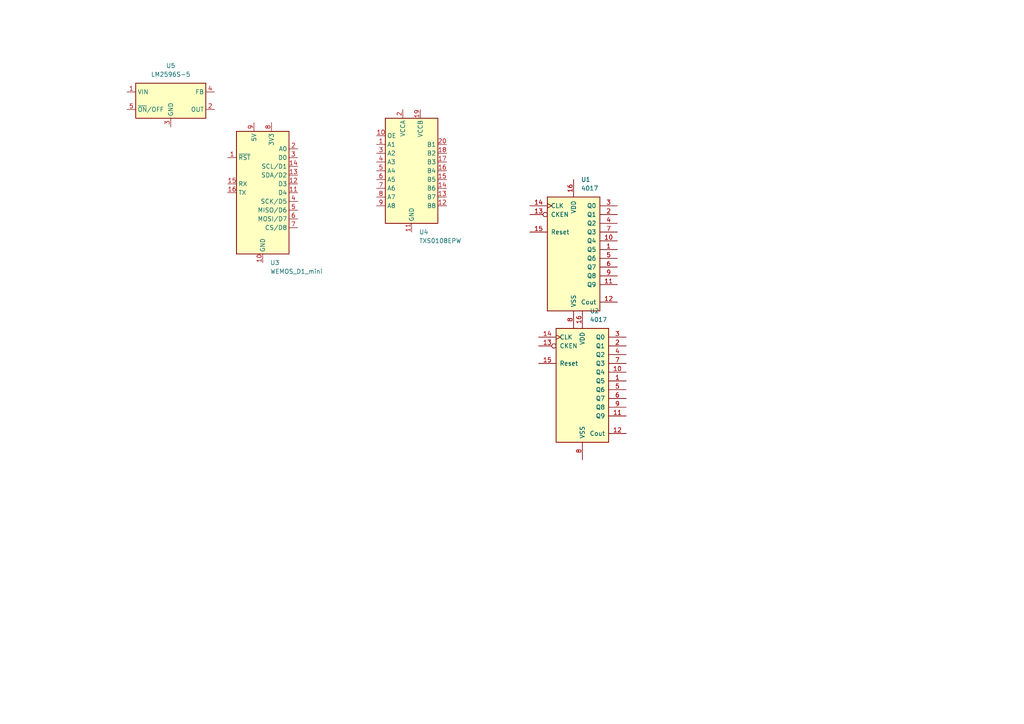
<source format=kicad_sch>
(kicad_sch (version 20250114) (generator "eeschema") (generator_version "9.0")
  (paper "A4")
  (title_block (title "protos2") (date "2025-03-30") (rev "v0.2") (company "User") (comment 1 "Servo control board with ESP8266, CD4017 and TXS0108E"))
  (lib_symbols
    (symbol "4xxx:4017" (pin_names (offset 1.016))
      (property "Reference" "U" (at -7.62 16.51 0))
      (property "Value" "4017" (at -7.62 -19.05 0))
      (symbol "4017_1_0"
        (pin input clock (at -12.7 12.7 0) (length 5.08) (name "CLK") (number "14"))
        (pin input inverted (at -12.7 10.16 0) (length 5.08) (name "CKEN") (number "13"))
        (pin input line (at -12.7 5.08 0) (length 5.08) (name "Reset") (number "15"))
        (pin power_in line (at 0 20.32 270) (length 5.08) (name "VDD") (number "16"))
        (pin power_in line (at 0 -22.86 90) (length 5.08) (name "VSS") (number "8"))
        (pin output line (at 12.7 12.7 180) (length 5.08) (name "Q0") (number "3"))
        (pin output line (at 12.7 10.16 180) (length 5.08) (name "Q1") (number "2"))
        (pin output line (at 12.7 7.62 180) (length 5.08) (name "Q2") (number "4"))
        (pin output line (at 12.7 5.08 180) (length 5.08) (name "Q3") (number "7"))
        (pin output line (at 12.7 2.54 180) (length 5.08) (name "Q4") (number "10"))
        (pin output line (at 12.7 0 180) (length 5.08) (name "Q5") (number "1"))
        (pin output line (at 12.7 -2.54 180) (length 5.08) (name "Q6") (number "5"))
        (pin output line (at 12.7 -5.08 180) (length 5.08) (name "Q7") (number "6"))
        (pin output line (at 12.7 -7.62 180) (length 5.08) (name "Q8") (number "9"))
        (pin output line (at 12.7 -10.16 180) (length 5.08) (name "Q9") (number "11"))
        (pin output line (at 12.7 -15.24 180) (length 5.08) (name "Cout") (number "12"))
      )
      (symbol "4017_1_1"
        (rectangle (start -7.62 15.24) (end 7.62 -17.78) (stroke (width 0.254)) (fill (type background)))
      )
    )
    (symbol "Logic_LevelTranslator:TXS0108EPW"
      (property "Reference" "U" (at -6.35 16.51 0))
      (property "Value" "TXS0108EPW" (at 3.81 16.51 0))
      (symbol "TXS0108EPW_0_1"
        (rectangle (start -7.62 15.24) (end 7.62 -15.24) (stroke (width 0.254)) (fill (type background)))
      )
      (symbol "TXS0108EPW_1_1"
        (pin input line (at -10.16 10.16 0) (length 2.54) (name "OE") (number "10"))
        (pin bidirectional line (at -10.16 7.62 0) (length 2.54) (name "A1") (number "1"))
        (pin bidirectional line (at -10.16 5.08 0) (length 2.54) (name "A2") (number "3"))
        (pin bidirectional line (at -10.16 2.54 0) (length 2.54) (name "A3") (number "4"))
        (pin bidirectional line (at -10.16 0 0) (length 2.54) (name "A4") (number "5"))
        (pin bidirectional line (at -10.16 -2.54 0) (length 2.54) (name "A5") (number "6"))
        (pin bidirectional line (at -10.16 -5.08 0) (length 2.54) (name "A6") (number "7"))
        (pin bidirectional line (at -10.16 -7.62 0) (length 2.54) (name "A7") (number "8"))
        (pin bidirectional line (at -10.16 -10.16 0) (length 2.54) (name "A8") (number "9"))
        (pin power_in line (at -2.54 17.78 270) (length 2.54) (name "VCCA") (number "2"))
        (pin power_in line (at 0 -17.78 90) (length 2.54) (name "GND") (number "11"))
        (pin power_in line (at 2.54 17.78 270) (length 2.54) (name "VCCB") (number "19"))
        (pin bidirectional line (at 10.16 7.62 180) (length 2.54) (name "B1") (number "20"))
        (pin bidirectional line (at 10.16 5.08 180) (length 2.54) (name "B2") (number "18"))
        (pin bidirectional line (at 10.16 2.54 180) (length 2.54) (name "B3") (number "17"))
        (pin bidirectional line (at 10.16 0 180) (length 2.54) (name "B4") (number "16"))
        (pin bidirectional line (at 10.16 -2.54 180) (length 2.54) (name "B5") (number "15"))
        (pin bidirectional line (at 10.16 -5.08 180) (length 2.54) (name "B6") (number "14"))
        (pin bidirectional line (at 10.16 -7.62 180) (length 2.54) (name "B7") (number "13"))
        (pin bidirectional line (at 10.16 -10.16 180) (length 2.54) (name "B8") (number "12"))
      )
    )
    (symbol "RF_Module:WEMOS_D1_mini"
      (property "Reference" "U" (at 3.81 19.05 0))
      (property "Value" "WEMOS_D1_mini" (at 1.27 -19.05 0))
      (symbol "WEMOS_D1_mini_1_1"
        (rectangle (start -7.62 17.78) (end 7.62 -17.78) (stroke (width 0.254)) (fill (type background)))
        (pin input line (at -10.16 10.16 0) (length 2.54) (name "~{RST}") (number "1"))
        (pin input line (at -10.16 2.54 0) (length 2.54) (name "RX") (number "15"))
        (pin output line (at -10.16 0 0) (length 2.54) (name "TX") (number "16"))
        (pin power_in line (at -2.54 20.32 270) (length 2.54) (name "5V") (number "9"))
        (pin power_in line (at 0 -20.32 90) (length 2.54) (name "GND") (number "10"))
        (pin power_out line (at 2.54 20.32 270) (length 2.54) (name "3V3") (number "8"))
        (pin input line (at 10.16 12.7 180) (length 2.54) (name "A0") (number "2"))
        (pin bidirectional line (at 10.16 10.16 180) (length 2.54) (name "D0") (number "3"))
        (pin bidirectional line (at 10.16 7.62 180) (length 2.54) (name "SCL/D1") (number "14"))
        (pin bidirectional line (at 10.16 5.08 180) (length 2.54) (name "SDA/D2") (number "13"))
        (pin bidirectional line (at 10.16 2.54 180) (length 2.54) (name "D3") (number "12"))
        (pin bidirectional line (at 10.16 0 180) (length 2.54) (name "D4") (number "11"))
        (pin bidirectional line (at 10.16 -2.54 180) (length 2.54) (name "SCK/D5") (number "4"))
        (pin bidirectional line (at 10.16 -5.08 180) (length 2.54) (name "MISO/D6") (number "5"))
        (pin bidirectional line (at 10.16 -7.62 180) (length 2.54) (name "MOSI/D7") (number "6"))
        (pin bidirectional line (at 10.16 -10.16 180) (length 2.54) (name "CS/D8") (number "7"))
      )
    )
    (symbol "Regulator_Switching:LM2596S-5"
      (property "Reference" "U" (at -10.16 6.35 0))
      (property "Value" "LM2596S-5" (at 0 6.35 0))
      (symbol "LM2596S-5_0_1"
        (rectangle (start -10.16 5.08) (end 10.16 -5.08) (stroke (width 0.254)) (fill (type background)))
      )
      (symbol "LM2596S-5_1_1"
        (pin power_in line (at -12.7 2.54 0) (length 2.54) (name "VIN") (number "1"))
        (pin input line (at -12.7 -2.54 0) (length 2.54) (name "~{ON}/OFF") (number "5"))
        (pin power_in line (at 0 -7.62 90) (length 2.54) (name "GND") (number "3"))
        (pin input line (at 12.7 2.54 180) (length 2.54) (name "FB") (number "4"))
        (pin output line (at 12.7 -2.54 180) (length 2.54) (name "OUT") (number "2"))
      )
    )
  )
  (symbol (lib_id "4xxx:4017") (at 168.91 110.49 0) (unit 1)
    (property "Reference" "U2" (at 171.0533 90.17 0) (effects (justify left)))
    (property "Value" "4017" (at 171.0533 92.71 0) (effects (justify left)))
    (property "Footprint" "Package_SO:SOP-16_4.4x10.4mm_P1.27mm" (effects (hide yes)))
    (property "Datasheet" "http://www.intersil.com/content/dam/Intersil/documents/cd40/cd4017bms-22bms.pdf" (effects (hide yes)))
    (property "Description" "Johnson Counter ( 10 outputs )" (effects (hide yes)))
  )
  (symbol (lib_id "4xxx:4017") (at 166.37 72.39 0) (unit 1)
    (property "Reference" "U1" (at 168.5133 52.07 0) (effects (justify left)))
    (property "Value" "4017" (at 168.5133 54.61 0) (effects (justify left)))
    (property "Footprint" "Package_SO:SOP-16_4.4x10.4mm_P1.27mm" (effects (hide yes)))
    (property "Datasheet" "http://www.intersil.com/content/dam/Intersil/documents/cd40/cd4017bms-22bms.pdf" (effects (hide yes)))
    (property "Description" "Johnson Counter ( 10 outputs )" (effects (hide yes)))
  )
  (symbol (lib_id "Logic_LevelTranslator:TXS0108EPW") (at 119.38 49.53 0) (unit 1)
    (property "Reference" "U4" (at 121.5233 67.31 0) (effects (justify left)))
    (property "Value" "TXS0108EPW" (at 121.5233 69.85 0) (effects (justify left)))
    (property "Footprint" "Package_SO:TSSOP-20_4.4x6.5mm_P0.65mm" (effects (hide yes)))
    (property "Datasheet" "www.ti.com/lit/ds/symlink/txs0108e.pdf" (effects (hide yes)))
    (property "Description" "Bidirectional  level-shifting voltage translator, TSSOP-20" (effects (hide yes)))
  )
  (symbol (lib_id "RF_Module:WEMOS_D1_mini") (at 76.2 55.88 0) (unit 1)
    (property "Reference" "U3" (at 78.3433 76.2 0) (effects (justify left)))
    (property "Value" "WEMOS_D1_mini" (at 78.3433 78.74 0) (effects (justify left)))
    (property "Footprint" "RF_Module:WEMOS_D1_mini_light" (effects (hide yes)))
    (property "Datasheet" "https://wiki.wemos.cc/products:d1:d1_mini#documentation" (effects (hide yes)))
    (property "Description" "32-bit microcontroller module with WiFi" (effects (hide yes)))
  )
  (symbol (lib_id "Regulator_Switching:LM2596S-5") (at 49.53 29.21 0) (unit 1)
    (property "Reference" "U5" (at 49.53 19.05 0))
    (property "Value" "LM2596S-5" (at 49.53 21.59 0))
    (property "Footprint" "Package_TO_SOT_SMD:TO-263-5_TabPin3" (effects (hide yes)))
    (property "Datasheet" "http://www.ti.com/lit/ds/symlink/lm2596.pdf" (effects (hide yes)))
    (property "Description" "5V 3A Step-Down Voltage Regulator, TO-263" (effects (hide yes)))
  )
)
</source>
